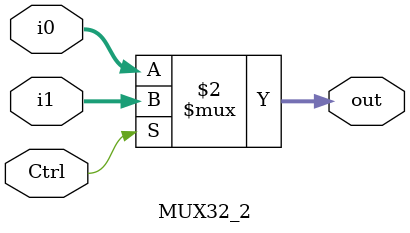
<source format=v>
`timescale 1ns/1ps
module MUX32_2 (
    input Ctrl,
    input [31:0] i0,
    input [31:0] i1,
    output [31:0] out
);
    assign out = (Ctrl == 0) ? i0 : i1;

endmodule
</source>
